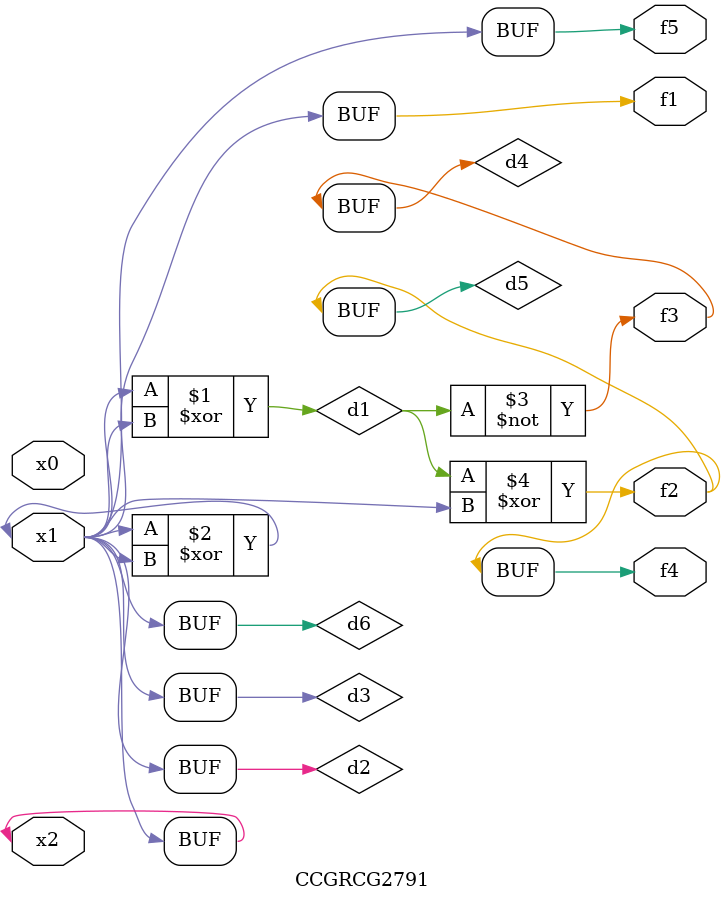
<source format=v>
module CCGRCG2791(
	input x0, x1, x2,
	output f1, f2, f3, f4, f5
);

	wire d1, d2, d3, d4, d5, d6;

	xor (d1, x1, x2);
	buf (d2, x1, x2);
	xor (d3, x1, x2);
	nor (d4, d1);
	xor (d5, d1, d2);
	buf (d6, d2, d3);
	assign f1 = d6;
	assign f2 = d5;
	assign f3 = d4;
	assign f4 = d5;
	assign f5 = d6;
endmodule

</source>
